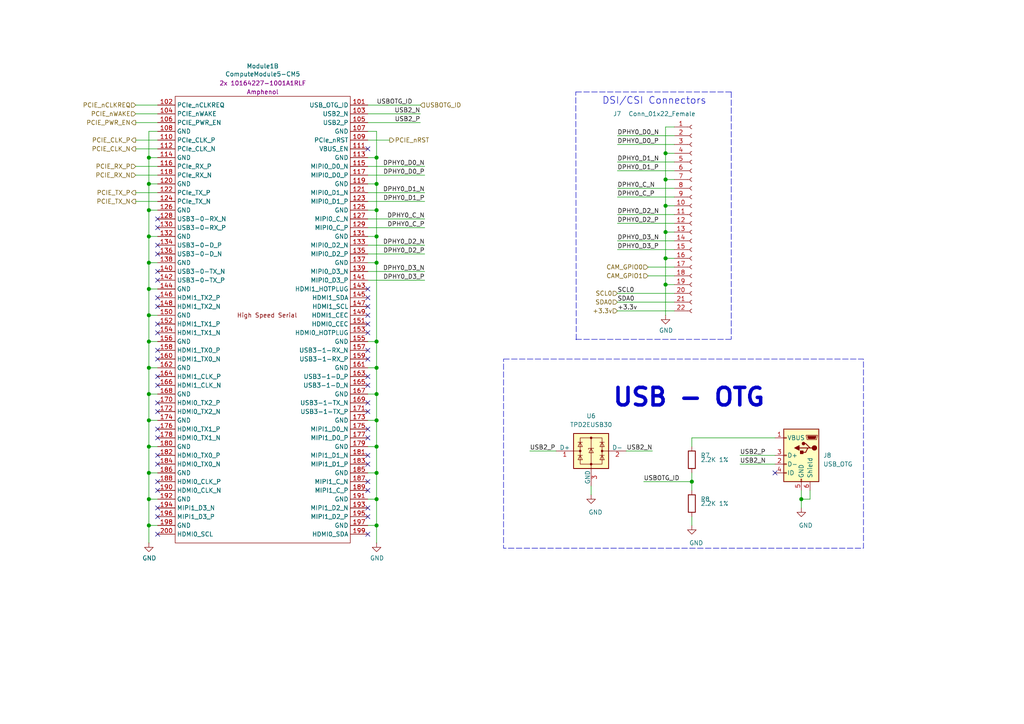
<source format=kicad_sch>
(kicad_sch (version 20231120) (generator "eeschema") (generator_version "8.0")
  (paper "A4")
  (title_block (title "Blade Carrier Board") (date "2024-12-17") (rev "0.2") (company "RapidAnalysis") (comment 1 "Author: Asad Imran"))
  (lib_symbols
    (symbol "CM5IO:ComputeModule5-CM5"
      (property "Reference" "Module" (at 113.03 -68.58 0))
      (property "Value" "ComputeModule5-CM5" (at 140.97 2.54 0))
      (property "Field4" "Amphenol" (at 0 0 0))
      (property "Field5" "2x 10164227-1001A1RLF" (at 0 -2.54 0))
      (symbol "ComputeModule5-CM5_1_0"
        (text "GPIO" (at 0 6.35 0) (effects (font (size 1.27 1.27))))
      )
      (symbol "ComputeModule5-CM5_1_1"
        (rectangle (start -30.48 -71.12) (end 25.4 58.42))
        (text "600mA Max" (at -8.89 -53.34 0) (effects (font (size 1.27 1.27))))
        (text "600mA Max" (at -8.89 -48.26 0) (effects (font (size 1.27 1.27))))
        (text "NB SD signals are only available" (at -1.27 -27.94 0) (effects (font (size 1.27 1.27))))
        (text "on modules without eMMC" (at -1.27 -30.48 0) (effects (font (size 1.27 1.27))))
        (pin power_in line (at 27.94 55.88 180) (length 2.54) (name "GND") (number "1"))
        (pin passive line (at -33.02 45.72 0) (length 2.54) (name "Ethernet_Pair0_N") (number "10"))
        (pin passive line (at -33.02 -68.58 0) (length 2.54) (name "CAM_GPIO1") (number "100"))
        (pin passive line (at 27.94 43.18 180) (length 2.54) (name "Ethernet_Pair2_P") (number "11"))
        (pin passive line (at -33.02 43.18 0) (length 2.54) (name "Ethernet_Pair0_P") (number "12"))
        (pin power_in line (at 27.94 40.64 180) (length 2.54) (name "GND") (number "13"))
        (pin power_in line (at -33.02 40.64 0) (length 2.54) (name "GND") (number "14"))
        (pin output line (at 27.94 38.1 180) (length 2.54) (name "Ethernet_nLED3(3.3v)") (number "15"))
        (pin input line (at -33.02 38.1 0) (length 2.54) (name "FAN_TACHO") (number "16"))
        (pin output line (at 27.94 35.56 180) (length 2.54) (name "Ethernet_nLED2(3.3v)") (number "17"))
        (pin input line (at -33.02 35.56 0) (length 2.54) (name "Ethernet_SYNC_OUT(3.3v)") (number "18"))
        (pin output line (at 27.94 33.02 180) (length 2.54) (name "FAN_PWM") (number "19"))
        (pin power_in line (at -33.02 55.88 0) (length 2.54) (name "GND") (number "2"))
        (pin passive line (at -33.02 33.02 0) (length 2.54) (name "EEPROM_nWP") (number "20"))
        (pin open_collector line (at 27.94 30.48 180) (length 2.54) (name "LED_nACT") (number "21"))
        (pin power_in line (at -33.02 30.48 0) (length 2.54) (name "GND") (number "22"))
        (pin power_in line (at 27.94 27.94 180) (length 2.54) (name "GND") (number "23"))
        (pin passive line (at -33.02 27.94 0) (length 2.54) (name "GPIO26") (number "24"))
        (pin passive line (at 27.94 25.4 180) (length 2.54) (name "GPIO21") (number "25"))
        (pin passive line (at -33.02 25.4 0) (length 2.54) (name "GPIO19") (number "26"))
        (pin passive line (at 27.94 22.86 180) (length 2.54) (name "GPIO20") (number "27"))
        (pin passive line (at -33.02 22.86 0) (length 2.54) (name "GPIO13") (number "28"))
        (pin passive line (at 27.94 20.32 180) (length 2.54) (name "GPIO16") (number "29"))
        (pin passive line (at 27.94 53.34 180) (length 2.54) (name "Ethernet_Pair3_P") (number "3"))
        (pin passive line (at -33.02 20.32 0) (length 2.54) (name "GPIO6") (number "30"))
        (pin passive line (at 27.94 17.78 180) (length 2.54) (name "GPIO12") (number "31"))
        (pin power_in line (at -33.02 17.78 0) (length 2.54) (name "GND") (number "32"))
        (pin power_in line (at 27.94 15.24 180) (length 2.54) (name "GND") (number "33"))
        (pin passive line (at -33.02 15.24 0) (length 2.54) (name "GPIO5") (number "34"))
        (pin passive line (at 27.94 12.7 180) (length 2.54) (name "ID_SC") (number "35"))
        (pin passive line (at -33.02 12.7 0) (length 2.54) (name "ID_SD") (number "36"))
        (pin passive line (at 27.94 10.16 180) (length 2.54) (name "GPIO7") (number "37"))
        (pin passive line (at -33.02 10.16 0) (length 2.54) (name "GPIO11") (number "38"))
        (pin passive line (at 27.94 7.62 180) (length 2.54) (name "GPIO8") (number "39"))
        (pin passive line (at -33.02 53.34 0) (length 2.54) (name "Ethernet_Pair1_P") (number "4"))
        (pin passive line (at -33.02 7.62 0) (length 2.54) (name "GPIO9") (number "40"))
        (pin passive line (at 27.94 5.08 180) (length 2.54) (name "GPIO25") (number "41"))
        (pin power_in line (at -33.02 5.08 0) (length 2.54) (name "GND") (number "42"))
        (pin power_in line (at 27.94 2.54 180) (length 2.54) (name "GND") (number "43"))
        (pin passive line (at -33.02 2.54 0) (length 2.54) (name "GPIO10") (number "44"))
        (pin passive line (at 27.94 0 180) (length 2.54) (name "GPIO24") (number "45"))
        (pin passive line (at -33.02 0 0) (length 2.54) (name "GPIO22") (number "46"))
        (pin passive line (at 27.94 -2.54 180) (length 2.54) (name "GPIO23") (number "47"))
        (pin passive line (at -33.02 -2.54 0) (length 2.54) (name "GPIO27") (number "48"))
        (pin passive line (at 27.94 -5.08 180) (length 2.54) (name "GPIO18") (number "49"))
        (pin passive line (at 27.94 50.8 180) (length 2.54) (name "Ethernet_Pair3_N") (number "5"))
        (pin passive line (at -33.02 -5.08 0) (length 2.54) (name "GPIO17") (number "50"))
        (pin passive line (at 27.94 -7.62 180) (length 2.54) (name "GPIO15") (number "51"))
        (pin power_in line (at -33.02 -7.62 0) (length 2.54) (name "GND") (number "52"))
        (pin power_in line (at 27.94 -10.16 180) (length 2.54) (name "GND") (number "53"))
        (pin passive line (at -33.02 -10.16 0) (length 2.54) (name "GPIO4") (number "54"))
        (pin passive line (at 27.94 -12.7 180) (length 2.54) (name "GPIO14") (number "55"))
        (pin passive line (at -33.02 -12.7 0) (length 2.54) (name "GPIO3") (number "56"))
        (pin passive line (at 27.94 -15.24 180) (length 2.54) (name "SD_CLK") (number "57"))
        (pin passive line (at -33.02 -15.24 0) (length 2.54) (name "GPIO2") (number "58"))
        (pin power_in line (at 27.94 -17.78 180) (length 2.54) (name "GND") (number "59"))
        (pin passive line (at -33.02 50.8 0) (length 2.54) (name "Ethernet_Pair1_N") (number "6"))
        (pin power_in line (at -33.02 -17.78 0) (length 2.54) (name "GND") (number "60"))
        (pin passive line (at 27.94 -20.32 180) (length 2.54) (name "SD_DAT3") (number "61"))
        (pin passive line (at -33.02 -20.32 0) (length 2.54) (name "SD_CMD") (number "62"))
        (pin passive line (at 27.94 -22.86 180) (length 2.54) (name "SD_DAT0") (number "63"))
        (pin passive line (at -33.02 -22.86 0) (length 2.54) (name "SD_DAT5") (number "64"))
        (pin power_in line (at 27.94 -25.4 180) (length 2.54) (name "GND") (number "65"))
        (pin power_in line (at -33.02 -25.4 0) (length 2.54) (name "GND") (number "66"))
        (pin passive line (at 27.94 -27.94 180) (length 2.54) (name "SD_DAT1") (number "67"))
        (pin passive line (at -33.02 -27.94 0) (length 2.54) (name "SD_DAT4") (number "68"))
        (pin passive line (at 27.94 -30.48 180) (length 2.54) (name "SD_DAT2") (number "69"))
        (pin power_in line (at 27.94 48.26 180) (length 2.54) (name "GND") (number "7"))
        (pin passive line (at -33.02 -30.48 0) (length 2.54) (name "SD_DAT7") (number "70"))
        (pin power_in line (at 27.94 -33.02 180) (length 2.54) (name "GND") (number "71"))
        (pin passive line (at -33.02 -33.02 0) (length 2.54) (name "SD_DAT6") (number "72"))
        (pin input line (at 27.94 -35.56 180) (length 2.54) (name "SD_VDD_Override") (number "73"))
        (pin power_in line (at -33.02 -35.56 0) (length 2.54) (name "GND") (number "74"))
        (pin output line (at 27.94 -38.1 180) (length 2.54) (name "SD_PWR_ON") (number "75"))
        (pin passive line (at -33.02 -38.1 0) (length 2.54) (name "VBAT") (number "76"))
        (pin power_in line (at 27.94 -40.64 180) (length 2.54) (name "+5v_(Input)") (number "77"))
        (pin power_in line (at -33.02 -40.64 0) (length 2.54) (name "GPIO_VREF(1.8v/3.3v_Input)") (number "78"))
        (pin power_in line (at 27.94 -43.18 180) (length 2.54) (name "+5v_(Input)") (number "79"))
        (pin power_in line (at -33.02 48.26 0) (length 2.54) (name "GND") (number "8"))
        (pin passive line (at -33.02 -43.18 0) (length 2.54) (name "SCL0") (number "80"))
        (pin power_in line (at 27.94 -45.72 180) (length 2.54) (name "+5v_(Input)") (number "81"))
        (pin passive line (at -33.02 -45.72 0) (length 2.54) (name "SDA0") (number "82"))
        (pin power_in line (at 27.94 -48.26 180) (length 2.54) (name "+5v_(Input)") (number "83"))
        (pin power_out line (at -33.02 -48.26 0) (length 2.54) (name "+3.3v_(Output)") (number "84"))
        (pin power_in line (at 27.94 -50.8 180) (length 2.54) (name "+5v_(Input)") (number "85"))
        (pin passive line (at -33.02 -50.8 0) (length 2.54) (name "+3.3v_(Output)") (number "86"))
        (pin power_in line (at 27.94 -53.34 180) (length 2.54) (name "+5v_(Input)") (number "87"))
        (pin power_out line (at -33.02 -53.34 0) (length 2.54) (name "+1.8v_(Output)") (number "88"))
        (pin input line (at 27.94 -55.88 180) (length 2.54) (name "WiFi_nDisable") (number "89"))
        (pin passive line (at 27.94 45.72 180) (length 2.54) (name "Ethernet_Pair2_N") (number "9"))
        (pin passive line (at -33.02 -55.88 0) (length 2.54) (name "+1.8v_(Output)") (number "90"))
        (pin input line (at 27.94 -58.42 180) (length 2.54) (name "BT_nDisable") (number "91"))
        (pin passive line (at -33.02 -58.42 0) (length 2.54) (name "PWR_BUT") (number "92"))
        (pin input line (at 27.94 -60.96 180) (length 2.54) (name "nRPIBOOT") (number "93"))
        (pin passive line (at -33.02 -60.96 0) (length 2.54) (name "CC1") (number "94"))
        (pin output line (at 27.94 -63.5 180) (length 2.54) (name "LED_nPWR") (number "95"))
        (pin passive line (at -33.02 -63.5 0) (length 2.54) (name "CC2") (number "96"))
        (pin passive line (at 27.94 -66.04 180) (length 2.54) (name "CAM_GPIO0") (number "97"))
        (pin power_in line (at -33.02 -66.04 0) (length 2.54) (name "GND") (number "98"))
        (pin input line (at 27.94 -68.58 180) (length 2.54) (name "PMIC_ENABLE") (number "99"))
      )
      (symbol "ComputeModule5-CM5_2_1"
        (rectangle (start 114.3 -66.04) (end 165.1 63.5))
        (text "High Speed Serial" (at 140.97 0 0) (effects (font (size 1.27 1.27))))
        (pin input line (at 170.18 60.96 180) (length 5.08) (name "USB_OTG_ID") (number "101"))
        (pin input line (at 109.22 60.96 0) (length 5.08) (name "PCIe_nCLKREQ") (number "102"))
        (pin passive line (at 170.18 58.42 180) (length 5.08) (name "USB2_N") (number "103"))
        (pin input line (at 109.22 58.42 0) (length 5.08) (name "PCIE_nWAKE") (number "104"))
        (pin passive line (at 170.18 55.88 180) (length 5.08) (name "USB2_P") (number "105"))
        (pin output line (at 109.22 55.88 0) (length 5.08) (name "PCIE_PWR_EN") (number "106"))
        (pin power_in line (at 170.18 53.34 180) (length 5.08) (name "GND") (number "107"))
        (pin power_in line (at 109.22 53.34 0) (length 5.08) (name "GND") (number "108"))
        (pin output line (at 170.18 50.8 180) (length 5.08) (name "PCIe_nRST") (number "109"))
        (pin output line (at 109.22 50.8 0) (length 5.08) (name "PCIe_CLK_P") (number "110"))
        (pin output line (at 170.18 48.26 180) (length 5.08) (name "VBUS_EN") (number "111"))
        (pin output line (at 109.22 48.26 0) (length 5.08) (name "PCIe_CLK_N") (number "112"))
        (pin power_in line (at 170.18 45.72 180) (length 5.08) (name "GND") (number "113"))
        (pin power_in line (at 109.22 45.72 0) (length 5.08) (name "GND") (number "114"))
        (pin input line (at 170.18 43.18 180) (length 5.08) (name "MIPI0_D0_N") (number "115"))
        (pin input line (at 109.22 43.18 0) (length 5.08) (name "PCIe_RX_P") (number "116"))
        (pin input line (at 170.18 40.64 180) (length 5.08) (name "MIPI0_D0_P") (number "117"))
        (pin input line (at 109.22 40.64 0) (length 5.08) (name "PCIe_RX_N") (number "118"))
        (pin power_in line (at 170.18 38.1 180) (length 5.08) (name "GND") (number "119"))
        (pin power_in line (at 109.22 38.1 0) (length 5.08) (name "GND") (number "120"))
        (pin input line (at 170.18 35.56 180) (length 5.08) (name "MIPI0_D1_N") (number "121"))
        (pin output line (at 109.22 35.56 0) (length 5.08) (name "PCIe_TX_P") (number "122"))
        (pin input line (at 170.18 33.02 180) (length 5.08) (name "MIPI0_D1_P") (number "123"))
        (pin output line (at 109.22 33.02 0) (length 5.08) (name "PCIe_TX_N") (number "124"))
        (pin power_in line (at 170.18 30.48 180) (length 5.08) (name "GND") (number "125"))
        (pin power_in line (at 109.22 30.48 0) (length 5.08) (name "GND") (number "126"))
        (pin input line (at 170.18 27.94 180) (length 5.08) (name "MIPI0_C_N") (number "127"))
        (pin input line (at 109.22 27.94 0) (length 5.08) (name "USB3-0-RX_N") (number "128"))
        (pin input line (at 170.18 25.4 180) (length 5.08) (name "MIPI0_C_P") (number "129"))
        (pin input line (at 109.22 25.4 0) (length 5.08) (name "USB3-0-RX_P") (number "130"))
        (pin power_in line (at 170.18 22.86 180) (length 5.08) (name "GND") (number "131"))
        (pin power_in line (at 109.22 22.86 0) (length 5.08) (name "GND") (number "132"))
        (pin input line (at 170.18 20.32 180) (length 5.08) (name "MIPI0_D2_N") (number "133"))
        (pin passive line (at 109.22 20.32 0) (length 5.08) (name "USB3-0-D_P") (number "134"))
        (pin input line (at 170.18 17.78 180) (length 5.08) (name "MIPI0_D2_P") (number "135"))
        (pin passive line (at 109.22 17.78 0) (length 5.08) (name "USB3-0-D_N") (number "136"))
        (pin power_in line (at 170.18 15.24 180) (length 5.08) (name "GND") (number "137"))
        (pin power_in line (at 109.22 15.24 0) (length 5.08) (name "GND") (number "138"))
        (pin input line (at 170.18 12.7 180) (length 5.08) (name "MIPI0_D3_N") (number "139"))
        (pin output line (at 109.22 12.7 0) (length 5.08) (name "USB3-0-TX_N") (number "140"))
        (pin input line (at 170.18 10.16 180) (length 5.08) (name "MIPI0_D3_P") (number "141"))
        (pin output line (at 109.22 10.16 0) (length 5.08) (name "USB3-0-TX_P") (number "142"))
        (pin input line (at 170.18 7.62 180) (length 5.08) (name "HDMI1_HOTPLUG") (number "143"))
        (pin power_in line (at 109.22 7.62 0) (length 5.08) (name "GND") (number "144"))
        (pin bidirectional line (at 170.18 5.08 180) (length 5.08) (name "HDMI1_SDA") (number "145"))
        (pin output line (at 109.22 5.08 0) (length 5.08) (name "HDMI1_TX2_P") (number "146"))
        (pin open_collector line (at 170.18 2.54 180) (length 5.08) (name "HDMI1_SCL") (number "147"))
        (pin output line (at 109.22 2.54 0) (length 5.08) (name "HDMI1_TX2_N") (number "148"))
        (pin open_collector line (at 170.18 0 180) (length 5.08) (name "HDMI1_CEC") (number "149"))
        (pin power_in line (at 109.22 0 0) (length 5.08) (name "GND") (number "150"))
        (pin open_collector line (at 170.18 -2.54 180) (length 5.08) (name "HDMI0_CEC") (number "151"))
        (pin output line (at 109.22 -2.54 0) (length 5.08) (name "HDMI1_TX1_P") (number "152"))
        (pin input line (at 170.18 -5.08 180) (length 5.08) (name "HDMI0_HOTPLUG") (number "153"))
        (pin output line (at 109.22 -5.08 0) (length 5.08) (name "HDMI1_TX1_N") (number "154"))
        (pin power_in line (at 170.18 -7.62 180) (length 5.08) (name "GND") (number "155"))
        (pin power_in line (at 109.22 -7.62 0) (length 5.08) (name "GND") (number "156"))
        (pin input line (at 170.18 -10.16 180) (length 5.08) (name "USB3-1-RX_N") (number "157"))
        (pin output line (at 109.22 -10.16 0) (length 5.08) (name "HDMI1_TX0_P") (number "158"))
        (pin input line (at 170.18 -12.7 180) (length 5.08) (name "USB3-1-RX_P") (number "159"))
        (pin output line (at 109.22 -12.7 0) (length 5.08) (name "HDMI1_TX0_N") (number "160"))
        (pin power_in line (at 170.18 -15.24 180) (length 5.08) (name "GND") (number "161"))
        (pin power_in line (at 109.22 -15.24 0) (length 5.08) (name "GND") (number "162"))
        (pin passive line (at 170.18 -17.78 180) (length 5.08) (name "USB3-1-D_P") (number "163"))
        (pin output line (at 109.22 -17.78 0) (length 5.08) (name "HDMI1_CLK_P") (number "164"))
        (pin passive line (at 170.18 -20.32 180) (length 5.08) (name "USB3-1-D_N") (number "165"))
        (pin output line (at 109.22 -20.32 0) (length 5.08) (name "HDMI1_CLK_N") (number "166"))
        (pin power_in line (at 170.18 -22.86 180) (length 5.08) (name "GND") (number "167"))
        (pin power_in line (at 109.22 -22.86 0) (length 5.08) (name "GND") (number "168"))
        (pin output line (at 170.18 -25.4 180) (length 5.08) (name "USB3-1-TX_N") (number "169"))
        (pin output line (at 109.22 -25.4 0) (length 5.08) (name "HDMI0_TX2_P") (number "170"))
        (pin output line (at 170.18 -27.94 180) (length 5.08) (name "USB3-1-TX_P") (number "171"))
        (pin output line (at 109.22 -27.94 0) (length 5.08) (name "HDMI0_TX2_N") (number "172"))
        (pin power_in line (at 170.18 -30.48 180) (length 5.08) (name "GND") (number "173"))
        (pin power_in line (at 109.22 -30.48 0) (length 5.08) (name "GND") (number "174"))
        (pin output line (at 170.18 -33.02 180) (length 5.08) (name "MIPI1_D0_N") (number "175"))
        (pin output line (at 109.22 -33.02 0) (length 5.08) (name "HDMI0_TX1_P") (number "176"))
        (pin output line (at 170.18 -35.56 180) (length 5.08) (name "MIPI1_D0_P") (number "177"))
        (pin output line (at 109.22 -35.56 0) (length 5.08) (name "HDMI0_TX1_N") (number "178"))
        (pin power_in line (at 170.18 -38.1 180) (length 5.08) (name "GND") (number "179"))
        (pin power_in line (at 109.22 -38.1 0) (length 5.08) (name "GND") (number "180"))
        (pin output line (at 170.18 -40.64 180) (length 5.08) (name "MIPI1_D1_N") (number "181"))
        (pin output line (at 109.22 -40.64 0) (length 5.08) (name "HDMI0_TX0_P") (number "182"))
        (pin output line (at 170.18 -43.18 180) (length 5.08) (name "MIPI1_D1_P") (number "183"))
        (pin output line (at 109.22 -43.18 0) (length 5.08) (name "HDMI0_TX0_N") (number "184"))
        (pin power_in line (at 170.18 -45.72 180) (length 5.08) (name "GND") (number "185"))
        (pin power_in line (at 109.22 -45.72 0) (length 5.08) (name "GND") (number "186"))
        (pin output line (at 170.18 -48.26 180) (length 5.08) (name "MIPI1_C_N") (number "187"))
        (pin output line (at 109.22 -48.26 0) (length 5.08) (name "HDMI0_CLK_P") (number "188"))
        (pin output line (at 170.18 -50.8 180) (length 5.08) (name "MIPI1_C_P") (number "189"))
        (pin output line (at 109.22 -50.8 0) (length 5.08) (name "HDMI0_CLK_N") (number "190"))
        (pin power_in line (at 170.18 -53.34 180) (length 5.08) (name "GND") (number "191"))
        (pin power_in line (at 109.22 -53.34 0) (length 5.08) (name "GND") (number "192"))
        (pin output line (at 170.18 -55.88 180) (length 5.08) (name "MIPI1_D2_N") (number "193"))
        (pin output line (at 109.22 -55.88 0) (length 5.08) (name "MIPI1_D3_N") (number "194"))
        (pin output line (at 170.18 -58.42 180) (length 5.08) (name "MIPI1_D2_P") (number "195"))
        (pin output line (at 109.22 -58.42 0) (length 5.08) (name "MIPI1_D3_P") (number "196"))
        (pin power_in line (at 170.18 -60.96 180) (length 5.08) (name "GND") (number "197"))
        (pin power_in line (at 109.22 -60.96 0) (length 5.08) (name "GND") (number "198"))
        (pin bidirectional line (at 170.18 -63.5 180) (length 5.08) (name "HDMI0_SDA") (number "199"))
        (pin open_collector line (at 109.22 -63.5 0) (length 5.08) (name "HDMI0_SCL") (number "200"))
      )
    )
    (symbol "Connector:Conn_01x22_Socket" (pin_names (offset 1.016) hide)
      (property "Reference" "J" (at 0 27.94 0))
      (property "Value" "Conn_01x22_Socket" (at 0 -30.48 0))
      (symbol "Conn_01x22_Socket_1_1"
        (arc (start 0 -27.432) (mid -0.5058 -27.94) (end 0 -28.448) (stroke (width 0.1524)))
        (arc (start 0 -24.892) (mid -0.5058 -25.4) (end 0 -25.908) (stroke (width 0.1524)))
        (arc (start 0 -22.352) (mid -0.5058 -22.86) (end 0 -23.368) (stroke (width 0.1524)))
        (arc (start 0 -19.812) (mid -0.5058 -20.32) (end 0 -20.828) (stroke (width 0.1524)))
        (arc (start 0 -17.272) (mid -0.5058 -17.78) (end 0 -18.288) (stroke (width 0.1524)))
        (arc (start 0 -14.732) (mid -0.5058 -15.24) (end 0 -15.748) (stroke (width 0.1524)))
        (arc (start 0 -12.192) (mid -0.5058 -12.7) (end 0 -13.208) (stroke (width 0.1524)))
        (arc (start 0 -9.652) (mid -0.5058 -10.16) (end 0 -10.668) (stroke (width 0.1524)))
        (arc (start 0 -7.112) (mid -0.5058 -7.62) (end 0 -8.128) (stroke (width 0.1524)))
        (arc (start 0 -4.572) (mid -0.5058 -5.08) (end 0 -5.588) (stroke (width 0.1524)))
        (arc (start 0 -2.032) (mid -0.5058 -2.54) (end 0 -3.048) (stroke (width 0.1524)))
        (polyline (pts (xy -1.27 -27.94) (xy -0.508 -27.94)) (stroke (width 0.1524)))
        (polyline (pts (xy -1.27 -25.4) (xy -0.508 -25.4)) (stroke (width 0.1524)))
        (polyline (pts (xy -1.27 -22.86) (xy -0.508 -22.86)) (stroke (width 0.1524)))
        (polyline (pts (xy -1.27 -20.32) (xy -0.508 -20.32)) (stroke (width 0.1524)))
        (polyline (pts (xy -1.27 -17.78) (xy -0.508 -17.78)) (stroke (width 0.1524)))
        (polyline (pts (xy -1.27 -15.24) (xy -0.508 -15.24)) (stroke (width 0.1524)))
        (polyline (pts (xy -1.27 -12.7) (xy -0.508 -12.7)) (stroke (width 0.1524)))
        (polyline (pts (xy -1.27 -10.16) (xy -0.508 -10.16)) (stroke (width 0.1524)))
        (polyline (pts (xy -1.27 -7.62) (xy -0.508 -7.62)) (stroke (width 0.1524)))
        (polyline (pts (xy -1.27 -5.08) (xy -0.508 -5.08)) (stroke (width 0.1524)))
        (polyline (pts (xy -1.27 -2.54) (xy -0.508 -2.54)) (stroke (width 0.1524)))
        (polyline (pts (xy -1.27 0) (xy -0.508 0)) (stroke (width 0.1524)))
        (polyline (pts (xy -1.27 2.54) (xy -0.508 2.54)) (stroke (width 0.1524)))
        (polyline (pts (xy -1.27 5.08) (xy -0.508 5.08)) (stroke (width 0.1524)))
        (polyline (pts (xy -1.27 7.62) (xy -0.508 7.62)) (stroke (width 0.1524)))
        (polyline (pts (xy -1.27 10.16) (xy -0.508 10.16)) (stroke (width 0.1524)))
        (polyline (pts (xy -1.27 12.7) (xy -0.508 12.7)) (stroke (width 0.1524)))
        (polyline (pts (xy -1.27 15.24) (xy -0.508 15.24)) (stroke (width 0.1524)))
        (polyline (pts (xy -1.27 17.78) (xy -0.508 17.78)) (stroke (width 0.1524)))
        (polyline (pts (xy -1.27 20.32) (xy -0.508 20.32)) (stroke (width 0.1524)))
        (polyline (pts (xy -1.27 22.86) (xy -0.508 22.86)) (stroke (width 0.1524)))
        (polyline (pts (xy -1.27 25.4) (xy -0.508 25.4)) (stroke (width 0.1524)))
        (arc (start 0 0.508) (mid -0.5058 0) (end 0 -0.508) (stroke (width 0.1524)))
        (arc (start 0 3.048) (mid -0.5058 2.54) (end 0 2.032) (stroke (width 0.1524)))
        (arc (start 0 5.588) (mid -0.5058 5.08) (end 0 4.572) (stroke (width 0.1524)))
        (arc (start 0 8.128) (mid -0.5058 7.62) (end 0 7.112) (stroke (width 0.1524)))
        (arc (start 0 10.668) (mid -0.5058 10.16) (end 0 9.652) (stroke (width 0.1524)))
        (arc (start 0 13.208) (mid -0.5058 12.7) (end 0 12.192) (stroke (width 0.1524)))
        (arc (start 0 15.748) (mid -0.5058 15.24) (end 0 14.732) (stroke (width 0.1524)))
        (arc (start 0 18.288) (mid -0.5058 17.78) (end 0 17.272) (stroke (width 0.1524)))
        (arc (start 0 20.828) (mid -0.5058 20.32) (end 0 19.812) (stroke (width 0.1524)))
        (arc (start 0 23.368) (mid -0.5058 22.86) (end 0 22.352) (stroke (width 0.1524)))
        (arc (start 0 25.908) (mid -0.5058 25.4) (end 0 24.892) (stroke (width 0.1524)))
        (pin passive line (at -5.08 25.4 0) (length 3.81) (name "Pin_1") (number "1"))
        (pin passive line (at -5.08 2.54 0) (length 3.81) (name "Pin_10") (number "10"))
        (pin passive line (at -5.08 0 0) (length 3.81) (name "Pin_11") (number "11"))
        (pin passive line (at -5.08 -2.54 0) (length 3.81) (name "Pin_12") (number "12"))
        (pin passive line (at -5.08 -5.08 0) (length 3.81) (name "Pin_13") (number "13"))
        (pin passive line (at -5.08 -7.62 0) (length 3.81) (name "Pin_14") (number "14"))
        (pin passive line (at -5.08 -10.16 0) (length 3.81) (name "Pin_15") (number "15"))
        (pin passive line (at -5.08 -12.7 0) (length 3.81) (name "Pin_16") (number "16"))
        (pin passive line (at -5.08 -15.24 0) (length 3.81) (name "Pin_17") (number "17"))
        (pin passive line (at -5.08 -17.78 0) (length 3.81) (name "Pin_18") (number "18"))
        (pin passive line (at -5.08 -20.32 0) (length 3.81) (name "Pin_19") (number "19"))
        (pin passive line (at -5.08 22.86 0) (length 3.81) (name "Pin_2") (number "2"))
        (pin passive line (at -5.08 -22.86 0) (length 3.81) (name "Pin_20") (number "20"))
        (pin passive line (at -5.08 -25.4 0) (length 3.81) (name "Pin_21") (number "21"))
        (pin passive line (at -5.08 -27.94 0) (length 3.81) (name "Pin_22") (number "22"))
        (pin passive line (at -5.08 20.32 0) (length 3.81) (name "Pin_3") (number "3"))
        (pin passive line (at -5.08 17.78 0) (length 3.81) (name "Pin_4") (number "4"))
        (pin passive line (at -5.08 15.24 0) (length 3.81) (name "Pin_5") (number "5"))
        (pin passive line (at -5.08 12.7 0) (length 3.81) (name "Pin_6") (number "6"))
        (pin passive line (at -5.08 10.16 0) (length 3.81) (name "Pin_7") (number "7"))
        (pin passive line (at -5.08 7.62 0) (length 3.81) (name "Pin_8") (number "8"))
        (pin passive line (at -5.08 5.08 0) (length 3.81) (name "Pin_9") (number "9"))
      )
    )
    (symbol "Connector:USB_OTG" (pin_names (offset 1.016))
      (property "Reference" "J" (at -5.08 11.43 0))
      (property "Value" "USB_OTG" (at -5.08 8.89 0))
      (symbol "USB_OTG_0_1"
        (rectangle (start -5.08 -7.62) (end 5.08 7.62) (stroke (width 0.254)) (fill (type background)))
        (circle (center -3.81 2.159) (radius 0.635) (stroke (width 0.254)) (fill (type outline)))
        (circle (center -0.635 3.429) (radius 0.381) (stroke (width 0.254)) (fill (type outline)))
        (rectangle (start -0.127 -7.62) (end 0.127 -6.858))
        (polyline (pts (xy -1.905 2.159) (xy 0.635 2.159)) (stroke (width 0.254)))
        (polyline (pts (xy -3.175 2.159) (xy -2.54 2.159) (xy -1.27 3.429) (xy -0.635 3.429)) (stroke (width 0.254)))
        (polyline (pts (xy -2.54 2.159) (xy -1.905 2.159) (xy -1.27 0.889) (xy 0 0.889)) (stroke (width 0.254)))
        (polyline (pts (xy 0.635 2.794) (xy 0.635 1.524) (xy 1.905 2.159) (xy 0.635 2.794)) (stroke (width 0.254)) (fill (type outline)))
        (polyline (pts (xy -4.318 5.588) (xy -1.778 5.588) (xy -2.032 4.826) (xy -4.064 4.826) (xy -4.318 5.588)) (fill (type outline)))
        (polyline (pts (xy -4.699 5.842) (xy -4.699 5.588) (xy -4.445 4.826) (xy -4.445 4.572) (xy -1.651 4.572) (xy -1.651 4.826) (xy -1.397 5.588) (xy -1.397 5.842) (xy -4.699 5.842)))
        (rectangle (start 0.254 1.27) (end -0.508 0.508) (stroke (width 0.254)) (fill (type outline)))
        (rectangle (start 5.08 -5.207) (end 4.318 -4.953))
        (rectangle (start 5.08 -2.667) (end 4.318 -2.413))
        (rectangle (start 5.08 -0.127) (end 4.318 0.127))
        (rectangle (start 5.08 4.953) (end 4.318 5.207))
      )
      (symbol "USB_OTG_1_1"
        (pin passive line (at 7.62 5.08 180) (length 2.54) (name "VBUS") (number "1"))
        (pin bidirectional line (at 7.62 -2.54 180) (length 2.54) (name "D-") (number "2"))
        (pin bidirectional line (at 7.62 0 180) (length 2.54) (name "D+") (number "3"))
        (pin passive line (at 7.62 -5.08 180) (length 2.54) (name "ID") (number "4"))
        (pin passive line (at 0 -10.16 90) (length 2.54) (name "GND") (number "5"))
        (pin passive line (at -2.54 -10.16 90) (length 2.54) (name "Shield") (number "6"))
      )
    )
    (symbol "Device:R" (pin_numbers hide) (pin_names (offset 0))
      (property "Reference" "R" (at 2.032 0 90))
      (property "Value" "R" (at 0 0 90))
      (symbol "R_0_1"
        (rectangle (start -1.016 -2.54) (end 1.016 2.54) (stroke (width 0.254)))
      )
      (symbol "R_1_1"
        (pin passive line (at 0 3.81 270) (length 1.27) (name "~") (number "1"))
        (pin passive line (at 0 -3.81 90) (length 1.27) (name "~") (number "2"))
      )
    )
    (symbol "Power_Protection:TPD2EUSB30" (pin_names (offset 0))
      (property "Reference" "U" (at 0 6.35 0))
      (property "Value" "TPD2EUSB30" (at 7.62 -7.62 0))
      (symbol "TPD2EUSB30_0_1"
        (rectangle (start -5.08 5.08) (end 5.08 -5.08) (stroke (width 0.254)) (fill (type background)))
        (circle (center -3.175 0) (radius 0.2794) (fill (type outline)))
        (rectangle (start -3.175 3.81) (end 3.175 -3.81))
        (circle (center 0 -3.81) (radius 0.2794) (fill (type outline)))
        (polyline (pts (xy -5.08 0) (xy -3.175 0)))
        (polyline (pts (xy -3.81 -1.27) (xy -2.54 -1.27)))
        (polyline (pts (xy -3.81 2.54) (xy -2.54 2.54)))
        (polyline (pts (xy 0 3.81) (xy 0 -5.08)))
        (polyline (pts (xy 2.54 -1.27) (xy 3.81 -1.27)))
        (polyline (pts (xy 2.54 2.54) (xy 3.81 2.54)))
        (polyline (pts (xy 5.08 0) (xy 3.175 0)))
        (polyline (pts (xy 0.762 0.762) (xy -0.762 0.762) (xy -0.762 0.508)))
        (polyline (pts (xy -2.54 -2.54) (xy -3.81 -2.54) (xy -3.175 -1.27) (xy -2.54 -2.54)))
        (polyline (pts (xy -2.54 1.27) (xy -3.81 1.27) (xy -3.175 2.54) (xy -2.54 1.27)))
        (polyline (pts (xy 0.635 -0.508) (xy -0.635 -0.508) (xy 0 0.762) (xy 0.635 -0.508)))
        (polyline (pts (xy 3.81 -2.54) (xy 2.54 -2.54) (xy 3.175 -1.27) (xy 3.81 -2.54)))
        (polyline (pts (xy 3.81 1.27) (xy 2.54 1.27) (xy 3.175 2.54) (xy 3.81 1.27)))
        (circle (center 0 3.81) (radius 0.2794) (fill (type outline)))
        (circle (center 3.175 0) (radius 0.2794) (fill (type outline)))
      )
      (symbol "TPD2EUSB30_1_1"
        (pin passive line (at -10.16 0 0) (length 5.08) (name "D+") (number "1"))
        (pin passive line (at 10.16 0 180) (length 5.08) (name "D-") (number "2"))
        (pin passive line (at 0 -10.16 90) (length 5.08) (name "GND") (number "3"))
      )
    )
    (symbol "power:GND" (power) (pin_numbers hide) (pin_names (offset 0) hide)
      (property "Value" "GND" (at 0 -3.81 0))
      (symbol "GND_0_1"
        (polyline (pts (xy 0 0) (xy 0 -1.27) (xy 1.27 -1.27) (xy 0 -2.54) (xy -1.27 -1.27) (xy 0 -1.27)))
      )
      (symbol "GND_1_1"
        (pin power_in line (at 0 0 270) (length 0) (name "~") (number "1"))
      )
    )
  )
  (junction (at 193.04 52.07) (diameter 1.016))
  (junction (at 43.18 121.92) (diameter 1.016))
  (junction (at 109.22 60.96) (diameter 1.016))
  (junction (at 43.18 152.4) (diameter 1.016))
  (junction (at 43.18 144.78) (diameter 1.016))
  (junction (at 109.22 144.78) (diameter 1.016))
  (junction (at 109.22 76.2) (diameter 1.016))
  (junction (at 109.22 114.3) (diameter 1.016))
  (junction (at 43.18 68.58) (diameter 1.016))
  (junction (at 193.04 44.45) (diameter 1.016))
  (junction (at 109.22 152.4) (diameter 1.016))
  (junction (at 200.66 139.7) (diameter 1.016))
  (junction (at 193.04 82.55) (diameter 1.016))
  (junction (at 109.22 99.06) (diameter 1.016))
  (junction (at 43.18 114.3) (diameter 1.016))
  (junction (at 43.18 129.54) (diameter 1.016))
  (junction (at 43.18 76.2) (diameter 1.016))
  (junction (at 43.18 137.16) (diameter 1.016))
  (junction (at 193.04 67.31) (diameter 1.016))
  (junction (at 109.22 68.58) (diameter 1.016))
  (junction (at 43.18 106.68) (diameter 1.016))
  (junction (at 109.22 45.72) (diameter 1.016))
  (junction (at 43.18 45.72) (diameter 1.016))
  (junction (at 193.04 74.93) (diameter 1.016))
  (junction (at 109.22 106.68) (diameter 1.016))
  (junction (at 193.04 59.69) (diameter 1.016))
  (junction (at 109.22 121.92) (diameter 1.016))
  (junction (at 109.22 129.54) (diameter 1.016))
  (junction (at 109.22 53.34) (diameter 1.016))
  (junction (at 43.18 60.96) (diameter 1.016))
  (junction (at 232.41 144.78) (diameter 1.016))
  (junction (at 109.22 137.16) (diameter 1.016))
  (junction (at 43.18 53.34) (diameter 1.016))
  (junction (at 43.18 83.82) (diameter 1.016))
  (junction (at 43.18 91.44) (diameter 1.016))
  (junction (at 43.18 99.06) (diameter 1.016))
  (no_connect (at 224.79 137.16))
  (no_connect (at 45.72 101.6))
  (no_connect (at 45.72 147.32))
  (no_connect (at 45.72 66.04))
  (no_connect (at 106.68 96.52))
  (no_connect (at 106.68 154.94))
  (no_connect (at 45.72 109.22))
  (no_connect (at 106.68 101.6))
  (no_connect (at 45.72 139.7))
  (no_connect (at 45.72 149.86))
  (no_connect (at 45.72 104.14))
  (no_connect (at 106.68 132.08))
  (no_connect (at 106.68 111.76))
  (no_connect (at 106.68 91.44))
  (no_connect (at 45.72 116.84))
  (no_connect (at 45.72 154.94))
  (no_connect (at 106.68 124.46))
  (no_connect (at 45.72 119.38))
  (no_connect (at 106.68 119.38))
  (no_connect (at 45.72 93.98))
  (no_connect (at 45.72 96.52))
  (no_connect (at 106.68 104.14))
  (no_connect (at 45.72 63.5))
  (no_connect (at 106.68 109.22))
  (no_connect (at 106.68 142.24))
  (no_connect (at 45.72 88.9))
  (no_connect (at 106.68 88.9))
  (no_connect (at 45.72 111.76))
  (no_connect (at 106.68 147.32))
  (no_connect (at 106.68 127))
  (no_connect (at 45.72 124.46))
  (no_connect (at 106.68 86.36))
  (no_connect (at 106.68 139.7))
  (no_connect (at 45.72 78.74))
  (no_connect (at 45.72 132.08))
  (no_connect (at 45.72 81.28))
  (no_connect (at 45.72 73.66))
  (no_connect (at 106.68 149.86))
  (no_connect (at 45.72 71.12))
  (no_connect (at 106.68 134.62))
  (no_connect (at 106.68 83.82))
  (no_connect (at 106.68 93.98))
  (no_connect (at 106.68 116.84))
  (no_connect (at 106.68 43.18))
  (no_connect (at 45.72 86.36))
  (no_connect (at 45.72 127))
  (no_connect (at 45.72 134.62))
  (no_connect (at 45.72 142.24))
  (wire (pts (xy 193.04 59.69) (xy 195.58 59.69)))
  (wire (pts (xy 123.19 73.66) (xy 106.68 73.66)))
  (wire (pts (xy 43.18 68.58) (xy 43.18 76.2)))
  (wire (pts (xy 39.37 43.18) (xy 45.72 43.18)))
  (wire (pts (xy 123.19 71.12) (xy 106.68 71.12)))
  (wire (pts (xy 195.58 36.83) (xy 193.04 36.83)))
  (wire (pts (xy 43.18 114.3) (xy 45.72 114.3)))
  (wire (pts (xy 179.07 46.99) (xy 195.58 46.99)))
  (wire (pts (xy 193.04 52.07) (xy 193.04 59.69)))
  (wire (pts (xy 195.58 87.63) (xy 179.07 87.63)))
  (wire (pts (xy 43.18 144.78) (xy 43.18 152.4)))
  (wire (pts (xy 43.18 137.16) (xy 45.72 137.16)))
  (wire (pts (xy 193.04 36.83) (xy 193.04 44.45)))
  (wire (pts (xy 43.18 53.34) (xy 43.18 60.96)))
  (wire (pts (xy 186.69 139.7) (xy 200.66 139.7)))
  (wire (pts (xy 39.37 30.48) (xy 45.72 30.48)))
  (wire (pts (xy 109.22 129.54) (xy 109.22 137.16)))
  (wire (pts (xy 109.22 144.78) (xy 109.22 152.4)))
  (wire (pts (xy 106.68 33.02) (xy 121.92 33.02)))
  (wire (pts (xy 109.22 76.2) (xy 109.22 99.06)))
  (wire (pts (xy 193.04 59.69) (xy 193.04 67.31)))
  (wire (pts (xy 234.95 144.78) (xy 232.41 144.78)))
  (polyline (pts (xy 167.005 98.425) (xy 212.09 98.425)) (stroke (width 0) (type dash)))
  (wire (pts (xy 43.18 121.92) (xy 45.72 121.92)))
  (wire (pts (xy 43.18 106.68) (xy 45.72 106.68)))
  (wire (pts (xy 106.68 58.42) (xy 123.19 58.42)))
  (wire (pts (xy 106.68 137.16) (xy 109.22 137.16)))
  (wire (pts (xy 45.72 38.1) (xy 43.18 38.1)))
  (wire (pts (xy 193.04 74.93) (xy 195.58 74.93)))
  (wire (pts (xy 106.68 35.56) (xy 121.92 35.56)))
  (wire (pts (xy 43.18 83.82) (xy 43.18 91.44)))
  (wire (pts (xy 43.18 45.72) (xy 45.72 45.72)))
  (wire (pts (xy 200.66 139.7) (xy 200.66 142.24)))
  (wire (pts (xy 193.04 44.45) (xy 193.04 52.07)))
  (wire (pts (xy 43.18 83.82) (xy 45.72 83.82)))
  (wire (pts (xy 109.22 45.72) (xy 109.22 38.1)))
  (wire (pts (xy 179.07 57.15) (xy 195.58 57.15)))
  (wire (pts (xy 43.18 99.06) (xy 45.72 99.06)))
  (wire (pts (xy 43.18 53.34) (xy 45.72 53.34)))
  (wire (pts (xy 45.72 152.4) (xy 43.18 152.4)))
  (wire (pts (xy 109.22 60.96) (xy 109.22 53.34)))
  (wire (pts (xy 109.22 106.68) (xy 109.22 114.3)))
  (wire (pts (xy 45.72 48.26) (xy 39.37 48.26)))
  (wire (pts (xy 39.37 35.56) (xy 45.72 35.56)))
  (wire (pts (xy 123.19 50.8) (xy 106.68 50.8)))
  (wire (pts (xy 179.07 62.23) (xy 195.58 62.23)))
  (wire (pts (xy 43.18 137.16) (xy 43.18 144.78)))
  (wire (pts (xy 106.68 144.78) (xy 109.22 144.78)))
  (wire (pts (xy 123.19 78.74) (xy 106.68 78.74)))
  (wire (pts (xy 179.07 49.53) (xy 195.58 49.53)))
  (wire (pts (xy 106.68 45.72) (xy 109.22 45.72)))
  (wire (pts (xy 200.66 127) (xy 224.79 127)))
  (wire (pts (xy 109.22 114.3) (xy 109.22 121.92)))
  (wire (pts (xy 106.68 114.3) (xy 109.22 114.3)))
  (wire (pts (xy 171.45 140.97) (xy 171.45 143.51)))
  (wire (pts (xy 123.19 63.5) (xy 106.68 63.5)))
  (wire (pts (xy 123.19 48.26) (xy 106.68 48.26)))
  (wire (pts (xy 187.96 77.47) (xy 195.58 77.47)))
  (wire (pts (xy 179.07 72.39) (xy 195.58 72.39)))
  (wire (pts (xy 106.68 53.34) (xy 109.22 53.34)))
  (wire (pts (xy 195.58 85.09) (xy 179.07 85.09)))
  (wire (pts (xy 232.41 142.24) (xy 232.41 144.78)))
  (wire (pts (xy 43.18 114.3) (xy 43.18 121.92)))
  (wire (pts (xy 45.72 144.78) (xy 43.18 144.78)))
  (wire (pts (xy 45.72 50.8) (xy 39.37 50.8)))
  (wire (pts (xy 109.22 121.92) (xy 109.22 129.54)))
  (wire (pts (xy 109.22 99.06) (xy 109.22 106.68)))
  (wire (pts (xy 43.18 121.92) (xy 43.18 129.54)))
  (wire (pts (xy 181.61 130.81) (xy 189.23 130.81)))
  (wire (pts (xy 179.07 64.77) (xy 195.58 64.77)))
  (wire (pts (xy 106.68 40.64) (xy 113.03 40.64)))
  (wire (pts (xy 123.19 66.04) (xy 106.68 66.04)))
  (wire (pts (xy 106.68 55.88) (xy 123.19 55.88)))
  (wire (pts (xy 121.92 30.48) (xy 106.68 30.48)))
  (wire (pts (xy 200.66 149.86) (xy 200.66 152.4)))
  (wire (pts (xy 43.18 129.54) (xy 45.72 129.54)))
  (wire (pts (xy 39.37 58.42) (xy 45.72 58.42)))
  (wire (pts (xy 109.22 152.4) (xy 109.22 157.48)))
  (wire (pts (xy 106.68 76.2) (xy 109.22 76.2)))
  (wire (pts (xy 109.22 38.1) (xy 106.68 38.1)))
  (wire (pts (xy 200.66 137.16) (xy 200.66 139.7)))
  (wire (pts (xy 43.18 91.44) (xy 45.72 91.44)))
  (wire (pts (xy 43.18 68.58) (xy 45.72 68.58)))
  (wire (pts (xy 153.67 130.81) (xy 161.29 130.81)))
  (wire (pts (xy 195.58 90.17) (xy 179.07 90.17)))
  (polyline (pts (xy 167.005 26.67) (xy 212.598 26.67)) (stroke (width 0) (type dash)))
  (wire (pts (xy 106.68 129.54) (xy 109.22 129.54)))
  (wire (pts (xy 106.68 121.92) (xy 109.22 121.92)))
  (wire (pts (xy 193.04 44.45) (xy 195.58 44.45)))
  (wire (pts (xy 193.04 67.31) (xy 193.04 74.93)))
  (wire (pts (xy 106.68 68.58) (xy 109.22 68.58)))
  (wire (pts (xy 214.63 134.62) (xy 224.79 134.62)))
  (wire (pts (xy 109.22 68.58) (xy 109.22 60.96)))
  (wire (pts (xy 43.18 76.2) (xy 45.72 76.2)))
  (wire (pts (xy 109.22 137.16) (xy 109.22 144.78)))
  (wire (pts (xy 43.18 106.68) (xy 43.18 114.3)))
  (wire (pts (xy 234.95 142.24) (xy 234.95 144.78)))
  (wire (pts (xy 43.18 60.96) (xy 45.72 60.96)))
  (wire (pts (xy 179.07 41.91) (xy 195.58 41.91)))
  (wire (pts (xy 43.18 99.06) (xy 43.18 106.68)))
  (polyline (pts (xy 212.09 26.67) (xy 212.09 98.298)) (stroke (width 0) (type dash)))
  (wire (pts (xy 193.04 82.55) (xy 195.58 82.55)))
  (wire (pts (xy 39.37 40.64) (xy 45.72 40.64)))
  (wire (pts (xy 43.18 60.96) (xy 43.18 68.58)))
  (wire (pts (xy 193.04 67.31) (xy 195.58 67.31)))
  (wire (pts (xy 43.18 152.4) (xy 43.18 157.48)))
  (wire (pts (xy 193.04 74.93) (xy 193.04 82.55)))
  (wire (pts (xy 193.04 82.55) (xy 193.04 91.44)))
  (wire (pts (xy 214.63 132.08) (xy 224.79 132.08)))
  (wire (pts (xy 43.18 76.2) (xy 43.18 83.82)))
  (wire (pts (xy 43.18 45.72) (xy 43.18 53.34)))
  (wire (pts (xy 193.04 52.07) (xy 195.58 52.07)))
  (wire (pts (xy 106.68 60.96) (xy 109.22 60.96)))
  (wire (pts (xy 109.22 76.2) (xy 109.22 68.58)))
  (wire (pts (xy 232.41 144.78) (xy 232.41 147.32)))
  (wire (pts (xy 123.19 81.28) (xy 106.68 81.28)))
  (wire (pts (xy 43.18 91.44) (xy 43.18 99.06)))
  (wire (pts (xy 179.07 39.37) (xy 195.58 39.37)))
  (wire (pts (xy 179.07 54.61) (xy 195.58 54.61)))
  (wire (pts (xy 187.96 80.01) (xy 195.58 80.01)))
  (wire (pts (xy 200.66 127) (xy 200.66 129.54)))
  (wire (pts (xy 109.22 53.34) (xy 109.22 45.72)))
  (wire (pts (xy 39.37 33.02) (xy 45.72 33.02)))
  (wire (pts (xy 39.37 55.88) (xy 45.72 55.88)))
  (wire (pts (xy 179.07 69.85) (xy 195.58 69.85)))
  (polyline (pts (xy 167.132 98.552) (xy 167.005 26.67)) (stroke (width 0) (type dash)))
  (wire (pts (xy 106.68 152.4) (xy 109.22 152.4)))
  (wire (pts (xy 106.68 106.68) (xy 109.22 106.68)))
  (wire (pts (xy 43.18 38.1) (xy 43.18 45.72)))
  (wire (pts (xy 106.68 99.06) (xy 109.22 99.06)))
  (wire (pts (xy 43.18 129.54) (xy 43.18 137.16)))
  (rectangle (start 146.05 104.14) (end 250.444 159.004) (stroke (width 0) (type dash)))
  (text "USB - OTG" (at 222.25 118.364 0) (effects (font (size 5.08 5.08) (thickness 1.016) (bold yes)) (justify right bottom)))
  (text "DSI/CSI Connectors" (at 174.625 30.48 0) (effects (font (size 2.0066 2.0066)) (justify left bottom)))
  (label "DPHY0_C_N" (at 179.07 54.61 0))
  (label "DPHY0_D3_P" (at 123.19 81.28 180))
  (label "SCL0" (at 179.07 85.09 0))
  (label "DPHY0_D0_N" (at 123.19 48.26 180))
  (label "USB2_P" (at 121.92 35.56 180))
  (label "USBOTG_ID" (at 186.69 139.7 0))
  (label "SDA0" (at 179.07 87.63 0))
  (label "USB2_P" (at 153.67 130.81 0))
  (label "DPHY0_D3_P" (at 179.07 72.39 0))
  (label "DPHY0_D2_P" (at 179.07 64.77 0))
  (label "DPHY0_D0_P" (at 179.07 41.91 0))
  (label "DPHY0_D3_N" (at 179.07 69.85 0))
  (label "DPHY0_D1_P" (at 179.07 49.53 0))
  (label "DPHY0_D2_P" (at 123.19 73.66 180))
  (label "DPHY0_D1_N" (at 179.07 46.99 0))
  (label "DPHY0_D2_N" (at 179.07 62.23 0))
  (label "USB2_N" (at 214.63 134.62 0))
  (label "DPHY0_D0_N" (at 179.07 39.37 0))
  (label "DPHY0_D1_P" (at 123.19 58.42 180))
  (label "USB2_N" (at 189.23 130.81 180))
  (label "DPHY0_C_N" (at 123.19 63.5 180))
  (label "USBOTG_ID" (at 109.22 30.48 0))
  (label "DPHY0_C_P" (at 179.07 57.15 0))
  (label "DPHY0_D0_P" (at 123.19 50.8 180))
  (label "DPHY0_D2_N" (at 123.19 71.12 180))
  (label "USB2_N" (at 121.92 33.02 180))
  (label "USB2_P" (at 214.63 132.08 0))
  (label "+3.3v" (at 179.07 90.17 0))
  (label "DPHY0_D1_N" (at 123.19 55.88 180))
  (label "DPHY0_D3_N" (at 123.19 78.74 180))
  (label "DPHY0_C_P" (at 123.19 66.04 180))
  (hierarchical_label "PCIE_CLK_P" (shape output) (at 39.37 40.64 180))
  (hierarchical_label "PCIE_RX_N" (shape input) (at 39.37 50.8 180))
  (hierarchical_label "PCIE_CLK_N" (shape output) (at 39.37 43.18 180))
  (hierarchical_label "PCIE_nWAKE" (shape input) (at 39.37 33.02 180))
  (hierarchical_label "CAM_GPIO0" (shape input) (at 187.96 77.47 180))
  (hierarchical_label "PCIE_PWR_EN" (shape output) (at 39.37 35.56 180))
  (hierarchical_label "CAM_GPIO1" (shape input) (at 187.96 80.01 180))
  (hierarchical_label "PCIE_TX_N" (shape output) (at 39.37 58.42 180))
  (hierarchical_label "SDA0" (shape input) (at 179.07 87.63 180))
  (hierarchical_label "+3.3v" (shape input) (at 179.07 90.17 180))
  (hierarchical_label "PCIE_nRST" (shape output) (at 113.03 40.64 0))
  (hierarchical_label "PCIE_TX_P" (shape output) (at 39.37 55.88 180))
  (hierarchical_label "USBOTG_ID" (shape input) (at 121.92 30.48 0))
  (hierarchical_label "PCIE_RX_P" (shape input) (at 39.37 48.26 180))
  (hierarchical_label "SCL0" (shape input) (at 179.07 85.09 180))
  (hierarchical_label "PCIE_nCLKREQ" (shape input) (at 39.37 30.48 180))
  (symbol (lib_id "CM5IO:ComputeModule5-CM5") (at -63.5 91.44 0) (unit 2)
    (property "Reference" "Module1" (at 76.2 19.177 0))
    (property "Value" "ComputeModule5-CM5" (at 76.2 21.4884 0))
    (property "Footprint" "CM5IO:Raspberry-Pi-5-Compute-Module" (effects (hide yes)))
    (property "Description" "RaspberryPi Compute module 5" (effects (hide yes)))
    (property "Field4" "Amphenol" (at 76.2 26.67 0))
    (property "Field5" "2x 10164227-1001A1RLF" (at 76.2 24.13 0))
    (property "Field6" "2x 10164227-1001A1RLF" (effects (hide yes)))
    (property "Field7" "Hirose" (effects (hide yes)))
    (property "Part Description" "	100 Position Connector Receptacle, Center Strip Contacts Surface Mount Gold" (effects (hide yes)))
  )
  (symbol (lib_id "power:GND") (at 193.04 91.44 0) (unit 1)
    (property "Reference" "#PWR017" (effects (hide yes)))
    (property "Value" "GND" (at 193.167 95.8342 0))
    (property "Description" "Power symbol creates a global label with name \"GND\" , ground" (effects (hide yes)))
  )
  (symbol (lib_id "power:GND") (at 171.45 143.51 0) (unit 1)
    (property "Reference" "#PWR018" (effects (hide yes)))
    (property "Value" "GND" (at 172.72 148.59 0))
  )
  (symbol (lib_id "power:GND") (at 232.41 147.32 0) (unit 1)
    (property "Reference" "#PWR019" (effects (hide yes)))
    (property "Value" "GND" (at 233.68 152.4 0))
  )
  (symbol (lib_id "Device:R") (at 200.66 133.35 0) (unit 1)
    (property "Reference" "R7" (at 203.2 132.08 0) (effects (justify left)))
    (property "Value" "2.2K 1%" (at 203.2 133.35 0) (effects (justify left)))
    (property "Footprint" "Resistor_SMD:R_0603_1608Metric_Pad0.98x0.95mm_HandSolder" (effects (hide yes)))
    (property "Manufacturer" "Yageo" (effects (hide yes)))
    (property "MPN" "RC0603FR-072K2L" (effects (hide yes)))
    (property "Digi-Key_PN" "311-2.20KHRCT-ND" (effects (hide yes)))
  )
  (symbol (lib_id "Connector:Conn_01x22_Socket") (at 200.66 62.23 0) (unit 1)
    (property "Reference" "J7" (at 177.8 33.02 0) (effects (justify left)))
    (property "Value" "Conn_01x22_Female" (at 182.245 33.02 0) (effects (justify left)))
    (property "Footprint" "CM5IO:Hirose_FH12-22S-0.5SH_1x22-1MP_P0.50mm_Horizontal" (effects (hide yes)))
    (property "Datasheet" "https://www.hirose.com/product/document?clcode=&productname=&series=FH12&documenttype=Catalog&lang=en&documentid=D31648_en" (effects (hide yes)))
    (property "Field4" "Mouser" (effects (hide yes)))
    (property "Field5" "798-FH12-22S-0.5SH55" (effects (hide yes)))
    (property "Field6" "FH12-22S-0.5SH55" (effects (hide yes)))
    (property "Field7" "Hirose" (effects (hide yes)))
    (property "Part Description" "22 Position FFC, FPC Connector Contacts, Bottom 0.020\" (0.50mm) Surface Mount, Right Angle" (effects (hide yes)))
  )
  (symbol (lib_id "Power_Protection:TPD2EUSB30") (at 171.45 130.81 0) (unit 1)
    (property "Reference" "U6" (at 171.45 120.65 0))
    (property "Value" "TPD2EUSB30" (at 171.45 123.19 0))
    (property "Footprint" "Package_TO_SOT_SMD:Texas_DRT-3" (effects (hide yes)))
    (property "Datasheet" "http://www.ti.com/lit/ds/symlink/tpd2eusb30a.pdf" (effects (hide yes)))
    (property "Manufacturer" "Texas Instruments" (effects (hide yes)))
    (property "MPN" "TPD2EUSB30DRTR" (effects (hide yes)))
    (property "Digi-Key_PN" "296-25509-1-ND" (effects (hide yes)))
  )
  (symbol (lib_id "Device:R") (at 200.66 146.05 0) (unit 1)
    (property "Reference" "R8" (at 203.2 144.78 0) (effects (justify left)))
    (property "Value" "2.2K 1%" (at 203.2 146.05 0) (effects (justify left)))
    (property "Footprint" "Resistor_SMD:R_0603_1608Metric_Pad0.98x0.95mm_HandSolder" (effects (hide yes)))
    (property "Manufacturer" "Yageo" (effects (hide yes)))
    (property "MPN" "RC0603FR-072K2L" (effects (hide yes)))
    (property "Digi-Key_PN" "311-2.20KHRCT-ND" (effects (hide yes)))
  )
  (symbol (lib_id "power:GND") (at 109.22 157.48 0) (unit 1)
    (property "Reference" "#PWR022" (effects (hide yes)))
    (property "Value" "GND" (at 109.347 161.8742 0))
    (property "Description" "Power symbol creates a global label with name \"GND\" , ground" (effects (hide yes)))
  )
  (symbol (lib_id "Connector:USB_OTG") (at 232.41 132.08 0) (mirror y) (unit 1)
    (property "Reference" "J8" (at 238.76 132.08 0) (effects (justify right)))
    (property "Value" "USB_OTG" (at 238.76 134.62 0) (effects (justify right)))
    (property "Footprint" "CM4IO:USB_Micro-B_EDAC_UCON00686" (effects (hide yes)))
    (property "Manufacturer" "Amphenol ICC (FCI)" (effects (hide yes)))
    (property "MPN" "10103594-0001LF" (effects (hide yes)))
    (property "Digi-Key_PN" "609-4050-1-ND" (effects (hide yes)))
  )
  (symbol (lib_id "power:GND") (at 43.18 157.48 0) (unit 1)
    (property "Reference" "#PWR021" (effects (hide yes)))
    (property "Value" "GND" (at 43.307 161.8742 0))
    (property "Description" "Power symbol creates a global label with name \"GND\" , ground" (effects (hide yes)))
  )
  (symbol (lib_id "power:GND") (at 200.66 152.4 0) (unit 1)
    (property "Reference" "#PWR020" (effects (hide yes)))
    (property "Value" "GND" (at 201.93 157.48 0))
  )
)
</source>
